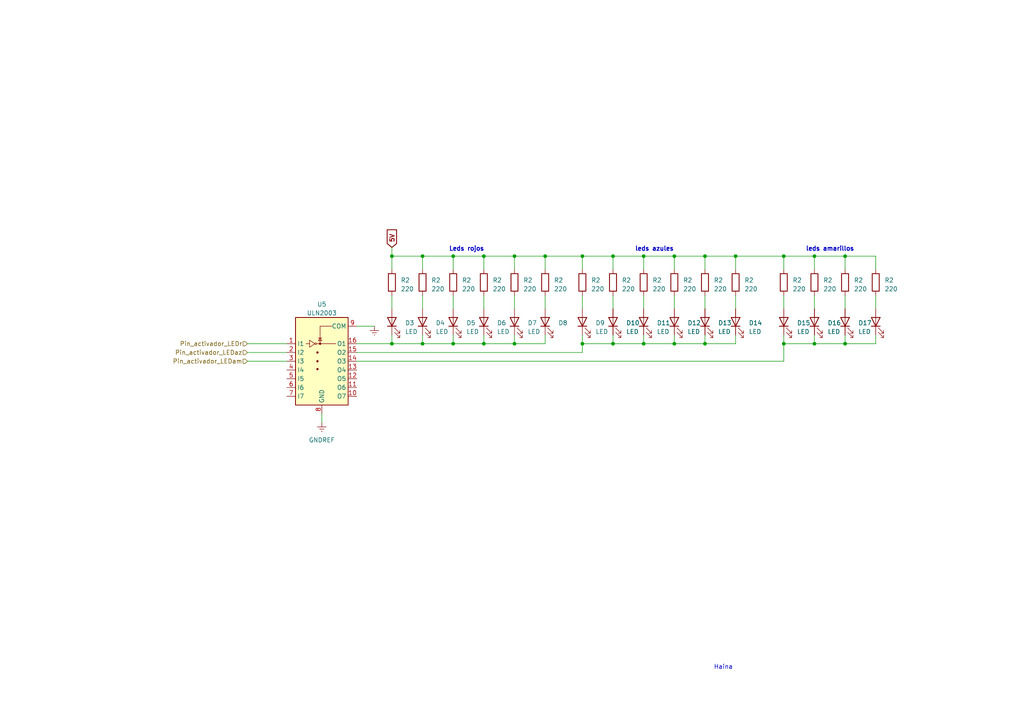
<source format=kicad_sch>
(kicad_sch (version 20230121) (generator eeschema)
  (paper "A4")
  (lib_symbols
    (symbol "Device:LED" (pin_numbers hide) (pin_names (offset 1.016) hide)
      (property "Reference" "D" (at 0 2.54 0))
      (property "Value" "LED" (at 0 -2.54 0))
      (symbol "LED_0_1"
        (polyline (pts (xy -1.27 -1.27) (xy -1.27 1.27)) (stroke (width 0.254)))
        (polyline (pts (xy -1.27 0) (xy 1.27 0)))
        (polyline (pts (xy 1.27 -1.27) (xy 1.27 1.27) (xy -1.27 0) (xy 1.27 -1.27)) (stroke (width 0.254)))
        (polyline (pts (xy -3.048 -0.762) (xy -4.572 -2.286) (xy -3.81 -2.286) (xy -4.572 -2.286) (xy -4.572 -1.524)))
        (polyline (pts (xy -1.778 -0.762) (xy -3.302 -2.286) (xy -2.54 -2.286) (xy -3.302 -2.286) (xy -3.302 -1.524)))
      )
      (symbol "LED_1_1"
        (pin passive line (at -3.81 0 0) (length 2.54) (name "K") (number "1"))
        (pin passive line (at 3.81 0 180) (length 2.54) (name "A") (number "2"))
      )
    )
    (symbol "Device:R" (pin_numbers hide) (pin_names (offset 0))
      (property "Reference" "R" (at 2.032 0 90))
      (property "Value" "R" (at 0 0 90))
      (symbol "R_0_1"
        (rectangle (start -1.016 -2.54) (end 1.016 2.54) (stroke (width 0.254)))
      )
      (symbol "R_1_1"
        (pin passive line (at 0 3.81 270) (length 1.27) (name "~") (number "1"))
        (pin passive line (at 0 -3.81 90) (length 1.27) (name "~") (number "2"))
      )
    )
    (symbol "Transistor_Array:ULN2003"
      (property "Reference" "U" (at 0 15.875 0))
      (property "Value" "ULN2003" (at 0 13.97 0))
      (symbol "ULN2003_0_1"
        (rectangle (start -7.62 -12.7) (end 7.62 12.7) (stroke (width 0.254)) (fill (type background)))
        (circle (center -1.778 5.08) (radius 0.254))
        (circle (center -1.27 -2.286) (radius 0.254) (fill (type outline)))
        (circle (center -1.27 0) (radius 0.254) (fill (type outline)))
        (circle (center -1.27 2.54) (radius 0.254) (fill (type outline)))
        (circle (center -0.508 5.08) (radius 0.254) (fill (type outline)))
        (polyline (pts (xy -4.572 5.08) (xy -3.556 5.08)))
        (polyline (pts (xy -1.524 5.08) (xy 4.064 5.08)))
        (polyline (pts (xy 0 6.731) (xy -1.016 6.731)))
        (polyline (pts (xy -0.508 5.08) (xy -0.508 10.16) (xy 2.921 10.16)))
        (polyline (pts (xy -3.556 6.096) (xy -3.556 4.064) (xy -2.032 5.08) (xy -3.556 6.096)))
        (polyline (pts (xy 0 5.969) (xy -1.016 5.969) (xy -0.508 6.731) (xy 0 5.969)))
      )
      (symbol "ULN2003_1_1"
        (pin input line (at -10.16 5.08 0) (length 2.54) (name "I1") (number "1"))
        (pin open_collector line (at 10.16 -10.16 180) (length 2.54) (name "O7") (number "10"))
        (pin open_collector line (at 10.16 -7.62 180) (length 2.54) (name "O6") (number "11"))
        (pin open_collector line (at 10.16 -5.08 180) (length 2.54) (name "O5") (number "12"))
        (pin open_collector line (at 10.16 -2.54 180) (length 2.54) (name "O4") (number "13"))
        (pin open_collector line (at 10.16 0 180) (length 2.54) (name "O3") (number "14"))
        (pin open_collector line (at 10.16 2.54 180) (length 2.54) (name "O2") (number "15"))
        (pin open_collector line (at 10.16 5.08 180) (length 2.54) (name "O1") (number "16"))
        (pin input line (at -10.16 2.54 0) (length 2.54) (name "I2") (number "2"))
        (pin input line (at -10.16 0 0) (length 2.54) (name "I3") (number "3"))
        (pin input line (at -10.16 -2.54 0) (length 2.54) (name "I4") (number "4"))
        (pin input line (at -10.16 -5.08 0) (length 2.54) (name "I5") (number "5"))
        (pin input line (at -10.16 -7.62 0) (length 2.54) (name "I6") (number "6"))
        (pin input line (at -10.16 -10.16 0) (length 2.54) (name "I7") (number "7"))
        (pin power_in line (at 0 -15.24 90) (length 2.54) (name "GND") (number "8"))
        (pin passive line (at 10.16 10.16 180) (length 2.54) (name "COM") (number "9"))
      )
    )
    (symbol "power:GNDREF" (power) (pin_names (offset 0))
      (property "Value" "GNDREF" (at 0 -3.81 0))
      (symbol "GNDREF_0_1"
        (polyline (pts (xy -0.635 -1.905) (xy 0.635 -1.905)))
        (polyline (pts (xy -0.127 -2.54) (xy 0.127 -2.54)))
        (polyline (pts (xy 0 -1.27) (xy 0 0)))
        (polyline (pts (xy 1.27 -1.27) (xy -1.27 -1.27)))
      )
      (symbol "GNDREF_1_1"
        (pin power_in line (at 0 0 270) (length 0) hide (name "GNDREF") (number "1"))
      )
    )
  )
  (junction (at 131.445 99.695))
  (junction (at 140.335 99.695))
  (junction (at 245.11 74.295))
  (junction (at 113.665 99.695))
  (junction (at 213.36 74.295))
  (junction (at 158.115 74.295))
  (junction (at 131.445 74.295))
  (junction (at 245.11 99.695))
  (junction (at 168.91 74.295))
  (junction (at 204.47 74.295))
  (junction (at 236.22 99.695))
  (junction (at 149.225 74.295))
  (junction (at 236.22 74.295))
  (junction (at 186.69 99.695))
  (junction (at 204.47 99.695))
  (junction (at 227.33 99.695))
  (junction (at 140.335 74.295))
  (junction (at 177.8 74.295))
  (junction (at 227.33 74.295))
  (junction (at 195.58 99.695))
  (junction (at 168.91 99.695))
  (junction (at 122.555 99.695))
  (junction (at 177.8 99.695))
  (junction (at 195.58 74.295))
  (junction (at 149.225 99.695))
  (junction (at 113.665 74.295))
  (junction (at 186.69 74.295))
  (junction (at 122.555 74.295))
  (wire (pts (xy 122.555 85.725) (xy 122.555 89.535)))
  (wire (pts (xy 177.8 74.295) (xy 186.69 74.295)))
  (wire (pts (xy 168.91 85.725) (xy 168.91 89.535)))
  (wire (pts (xy 168.91 97.155) (xy 168.91 99.695)))
  (wire (pts (xy 227.33 74.295) (xy 227.33 78.105)))
  (wire (pts (xy 122.555 74.295) (xy 131.445 74.295)))
  (wire (pts (xy 227.33 74.295) (xy 236.22 74.295)))
  (wire (pts (xy 213.36 97.155) (xy 213.36 99.695)))
  (wire (pts (xy 113.665 99.695) (xy 103.505 99.695)))
  (wire (pts (xy 245.11 97.155) (xy 245.11 99.695)))
  (wire (pts (xy 103.505 102.235) (xy 168.91 102.235)))
  (wire (pts (xy 168.91 99.695) (xy 168.91 102.235)))
  (wire (pts (xy 149.225 74.295) (xy 158.115 74.295)))
  (wire (pts (xy 168.91 74.295) (xy 177.8 74.295)))
  (wire (pts (xy 236.22 74.295) (xy 236.22 78.105)))
  (wire (pts (xy 195.58 85.725) (xy 195.58 89.535)))
  (wire (pts (xy 227.33 97.155) (xy 227.33 99.695)))
  (wire (pts (xy 186.69 99.695) (xy 195.58 99.695)))
  (wire (pts (xy 195.58 74.295) (xy 204.47 74.295)))
  (wire (pts (xy 213.36 74.295) (xy 213.36 78.105)))
  (wire (pts (xy 177.8 97.155) (xy 177.8 99.695)))
  (wire (pts (xy 236.22 85.725) (xy 236.22 89.535)))
  (wire (pts (xy 71.755 99.695) (xy 83.185 99.695)))
  (wire (pts (xy 158.115 97.155) (xy 158.115 99.695)))
  (wire (pts (xy 227.33 85.725) (xy 227.33 89.535)))
  (wire (pts (xy 93.345 120.015) (xy 93.345 122.555)))
  (wire (pts (xy 245.11 85.725) (xy 245.11 89.535)))
  (wire (pts (xy 122.555 74.295) (xy 122.555 78.105)))
  (wire (pts (xy 204.47 97.155) (xy 204.47 99.695)))
  (wire (pts (xy 245.11 74.295) (xy 254 74.295)))
  (wire (pts (xy 245.11 74.295) (xy 245.11 78.105)))
  (wire (pts (xy 103.505 104.775) (xy 227.33 104.775)))
  (wire (pts (xy 177.8 99.695) (xy 186.69 99.695)))
  (wire (pts (xy 195.58 97.155) (xy 195.58 99.695)))
  (wire (pts (xy 204.47 85.725) (xy 204.47 89.535)))
  (wire (pts (xy 186.69 74.295) (xy 186.69 78.105)))
  (wire (pts (xy 131.445 85.725) (xy 131.445 89.535)))
  (wire (pts (xy 140.335 74.295) (xy 149.225 74.295)))
  (wire (pts (xy 131.445 74.295) (xy 131.445 78.105)))
  (wire (pts (xy 236.22 99.695) (xy 227.33 99.695)))
  (wire (pts (xy 113.665 99.695) (xy 122.555 99.695)))
  (wire (pts (xy 254 99.695) (xy 245.11 99.695)))
  (wire (pts (xy 236.22 97.155) (xy 236.22 99.695)))
  (wire (pts (xy 254 85.725) (xy 254 89.535)))
  (wire (pts (xy 245.11 99.695) (xy 236.22 99.695)))
  (wire (pts (xy 158.115 85.725) (xy 158.115 89.535)))
  (wire (pts (xy 158.115 74.295) (xy 158.115 78.105)))
  (wire (pts (xy 236.22 74.295) (xy 245.11 74.295)))
  (wire (pts (xy 71.755 102.235) (xy 83.185 102.235)))
  (wire (pts (xy 186.69 85.725) (xy 186.69 89.535)))
  (wire (pts (xy 140.335 74.295) (xy 140.335 78.105)))
  (wire (pts (xy 227.33 104.775) (xy 227.33 99.695)))
  (wire (pts (xy 168.91 99.695) (xy 177.8 99.695)))
  (wire (pts (xy 140.335 85.725) (xy 140.335 89.535)))
  (wire (pts (xy 177.8 85.725) (xy 177.8 89.535)))
  (wire (pts (xy 186.69 74.295) (xy 195.58 74.295)))
  (wire (pts (xy 254 74.295) (xy 254 78.105)))
  (wire (pts (xy 149.225 99.695) (xy 140.335 99.695)))
  (wire (pts (xy 204.47 74.295) (xy 213.36 74.295)))
  (wire (pts (xy 113.665 74.295) (xy 113.665 78.105)))
  (wire (pts (xy 149.225 97.155) (xy 149.225 99.695)))
  (wire (pts (xy 103.505 94.615) (xy 108.585 94.615)))
  (wire (pts (xy 158.115 99.695) (xy 149.225 99.695)))
  (wire (pts (xy 149.225 74.295) (xy 149.225 78.105)))
  (wire (pts (xy 204.47 74.295) (xy 204.47 78.105)))
  (wire (pts (xy 140.335 97.155) (xy 140.335 99.695)))
  (wire (pts (xy 113.665 85.725) (xy 113.665 89.535)))
  (wire (pts (xy 227.33 74.295) (xy 213.36 74.295)))
  (wire (pts (xy 113.665 74.295) (xy 122.555 74.295)))
  (wire (pts (xy 195.58 99.695) (xy 204.47 99.695)))
  (wire (pts (xy 213.36 99.695) (xy 204.47 99.695)))
  (wire (pts (xy 168.91 74.295) (xy 168.91 78.105)))
  (wire (pts (xy 177.8 74.295) (xy 177.8 78.105)))
  (wire (pts (xy 254 97.155) (xy 254 99.695)))
  (wire (pts (xy 131.445 97.155) (xy 131.445 99.695)))
  (wire (pts (xy 113.665 71.755) (xy 113.665 74.295)))
  (wire (pts (xy 149.225 85.725) (xy 149.225 89.535)))
  (wire (pts (xy 195.58 74.295) (xy 195.58 78.105)))
  (wire (pts (xy 113.665 97.155) (xy 113.665 99.695)))
  (wire (pts (xy 71.755 104.775) (xy 83.185 104.775)))
  (wire (pts (xy 168.91 74.295) (xy 158.115 74.295)))
  (wire (pts (xy 213.36 85.725) (xy 213.36 89.535)))
  (wire (pts (xy 131.445 74.295) (xy 140.335 74.295)))
  (wire (pts (xy 140.335 99.695) (xy 131.445 99.695)))
  (wire (pts (xy 131.445 99.695) (xy 122.555 99.695)))
  (wire (pts (xy 186.69 99.695) (xy 186.69 97.155)))
  (wire (pts (xy 122.555 97.155) (xy 122.555 99.695)))
  (text "leds amarillos" (at 233.68 73.025 0) (effects (font (size 1.27 1.27) bold) (justify left bottom)))
  (text "Haina" (at 207.01 194.31 0) (effects (font (size 1.27 1.27)) (justify left bottom)))
  (text "Leds rojos" (at 130.175 73.025 0) (effects (font (size 1.27 1.27) bold) (justify left bottom)))
  (text "leds azules" (at 184.15 73.025 0) (effects (font (size 1.27 1.27) bold) (justify left bottom)))
  (global_label "5V" (shape input) (at 113.665 71.755 90) (effects (font bold)) (property "Intersheetrefs" "${INTERSHEET_REFS}" (effects hide)))
  (hierarchical_label "Pin_activador_LEDaz" (shape input) (at 71.755 102.235 180))
  (hierarchical_label "Pin_activador_LEDr" (shape input) (at 71.755 99.695 180))
  (hierarchical_label "Pin_activador_LEDam" (shape input) (at 71.755 104.775 180))
  (symbol (lib_id "Device:R") (at 113.665 81.915 0) (unit 1)
    (property "Reference" "R2" (at 116.205 81.28 0) (effects (justify left)))
    (property "Value" "220" (at 116.205 83.82 0) (effects (justify left)))
    (property "Footprint" "Resistor_SMD:R_0603_1608Metric" (effects hide))
    (instances (project "KISS_V2" (path "" (reference "R2") (unit 1)) (path "" (reference "R6") (unit 1))))
  )
  (symbol (lib_id "Device:LED") (at 113.665 93.345 90) (unit 1)
    (property "Reference" "D3" (at 117.475 93.6624 90) (effects (justify right)))
    (property "Value" "LED" (at 117.475 96.2024 90) (effects (justify right)))
    (property "Footprint" "LED_SMD:LED_1206_3216Metric" (effects hide))
    (instances (project "KISS_V2" (path "" (reference "D3") (unit 1))) (project "driver" (path "" (reference "D?") (unit 1))))
  )
  (symbol (lib_id "Device:LED") (at 131.445 93.345 90) (unit 1)
    (property "Reference" "D5" (at 135.255 93.6624 90) (effects (justify right)))
    (property "Value" "LED" (at 135.255 96.2024 90) (effects (justify right)))
    (property "Footprint" "LED_SMD:LED_1206_3216Metric" (effects hide))
    (instances (project "KISS_V2" (path "" (reference "D5") (unit 1))) (project "driver" (path "" (reference "D?") (unit 1))))
  )
  (symbol (lib_id "Device:LED") (at 245.11 93.345 90) (unit 1)
    (property "Reference" "D17" (at 248.92 93.6624 90) (effects (justify right)))
    (property "Value" "LED" (at 248.92 96.2024 90) (effects (justify right)))
    (property "Footprint" "LED_SMD:LED_1206_3216Metric" (effects hide))
    (instances (project "KISS_V2" (path "" (reference "D17") (unit 1))) (project "driver" (path "" (reference "D?") (unit 1))))
  )
  (symbol (lib_id "power:GNDREF") (at 93.345 122.555 0) (unit 1)
    (property "Reference" "#PWR09" (effects hide))
    (property "Value" "GNDREF" (at 89.535 127.635 0) (effects (justify left)))
    (instances (project "KISS_V2" (path "" (reference "#PWR09") (unit 1))) (project "driver" (path "" (reference "#PWR?") (unit 1))))
  )
  (symbol (lib_id "Device:R") (at 204.47 81.915 0) (unit 1)
    (property "Reference" "R2" (at 207.01 81.28 0) (effects (justify left)))
    (property "Value" "220" (at 207.01 83.82 0) (effects (justify left)))
    (property "Footprint" "Resistor_SMD:R_0603_1608Metric" (effects hide))
    (instances (project "KISS_V2" (path "" (reference "R2") (unit 1)) (path "" (reference "R16") (unit 1))))
  )
  (symbol (lib_id "Device:R") (at 177.8 81.915 0) (unit 1)
    (property "Reference" "R2" (at 180.34 81.28 0) (effects (justify left)))
    (property "Value" "220" (at 180.34 83.82 0) (effects (justify left)))
    (property "Footprint" "Resistor_SMD:R_0603_1608Metric" (effects hide))
    (instances (project "KISS_V2" (path "" (reference "R2") (unit 1)) (path "" (reference "R13") (unit 1))))
  )
  (symbol (lib_id "Device:LED") (at 168.91 93.345 90) (unit 1)
    (property "Reference" "D9" (at 172.72 93.6624 90) (effects (justify right)))
    (property "Value" "LED" (at 172.72 96.2024 90) (effects (justify right)))
    (property "Footprint" "LED_SMD:LED_1206_3216Metric" (effects hide))
    (instances (project "KISS_V2" (path "" (reference "D9") (unit 1))) (project "driver" (path "" (reference "D?") (unit 1))))
  )
  (symbol (lib_id "Device:LED") (at 204.47 93.345 90) (unit 1)
    (property "Reference" "D13" (at 208.28 93.6624 90) (effects (justify right)))
    (property "Value" "LED" (at 208.28 96.2024 90) (effects (justify right)))
    (property "Footprint" "LED_SMD:LED_1206_3216Metric" (effects hide))
    (instances (project "KISS_V2" (path "" (reference "D13") (unit 1))) (project "driver" (path "" (reference "D?") (unit 1))))
  )
  (symbol (lib_id "Device:LED") (at 149.225 93.345 90) (unit 1)
    (property "Reference" "D7" (at 153.035 93.6624 90) (effects (justify right)))
    (property "Value" "LED" (at 153.035 96.2024 90) (effects (justify right)))
    (property "Footprint" "LED_SMD:LED_1206_3216Metric" (effects hide))
    (instances (project "KISS_V2" (path "" (reference "D7") (unit 1))) (project "driver" (path "" (reference "D?") (unit 1))))
  )
  (symbol (lib_id "Device:R") (at 131.445 81.915 0) (unit 1)
    (property "Reference" "R2" (at 133.985 81.28 0) (effects (justify left)))
    (property "Value" "220" (at 133.985 83.82 0) (effects (justify left)))
    (property "Footprint" "Resistor_SMD:R_0603_1608Metric" (effects hide))
    (instances (project "KISS_V2" (path "" (reference "R2") (unit 1)) (path "" (reference "R8") (unit 1))))
  )
  (symbol (lib_id "Device:R") (at 140.335 81.915 0) (unit 1)
    (property "Reference" "R2" (at 142.875 81.28 0) (effects (justify left)))
    (property "Value" "220" (at 142.875 83.82 0) (effects (justify left)))
    (property "Footprint" "Resistor_SMD:R_0603_1608Metric" (effects hide))
    (instances (project "KISS_V2" (path "" (reference "R2") (unit 1)) (path "" (reference "R9") (unit 1))))
  )
  (symbol (lib_id "Device:R") (at 149.225 81.915 0) (unit 1)
    (property "Reference" "R2" (at 151.765 81.28 0) (effects (justify left)))
    (property "Value" "220" (at 151.765 83.82 0) (effects (justify left)))
    (property "Footprint" "Resistor_SMD:R_0603_1608Metric" (effects hide))
    (instances (project "KISS_V2" (path "" (reference "R2") (unit 1)) (path "" (reference "R10") (unit 1))))
  )
  (symbol (lib_id "Device:R") (at 186.69 81.915 0) (unit 1)
    (property "Reference" "R2" (at 189.23 81.28 0) (effects (justify left)))
    (property "Value" "220" (at 189.23 83.82 0) (effects (justify left)))
    (property "Footprint" "Resistor_SMD:R_0603_1608Metric" (effects hide))
    (instances (project "KISS_V2" (path "" (reference "R2") (unit 1)) (path "" (reference "R14") (unit 1))))
  )
  (symbol (lib_id "Device:R") (at 122.555 81.915 0) (unit 1)
    (property "Reference" "R2" (at 125.095 81.28 0) (effects (justify left)))
    (property "Value" "220" (at 125.095 83.82 0) (effects (justify left)))
    (property "Footprint" "Resistor_SMD:R_0603_1608Metric" (effects hide))
    (instances (project "KISS_V2" (path "" (reference "R2") (unit 1)) (path "" (reference "R7") (unit 1))))
  )
  (symbol (lib_id "Device:LED") (at 158.115 93.345 90) (unit 1)
    (property "Reference" "D8" (at 161.925 93.6624 90) (effects (justify right)))
    (property "Value" "LED" (effects hide))
    (property "Footprint" "LED_SMD:LED_1206_3216Metric" (effects hide))
    (instances (project "KISS_V2" (path "" (reference "D8") (unit 1))) (project "driver" (path "" (reference "D?") (unit 1))))
  )
  (symbol (lib_id "Device:R") (at 227.33 81.915 0) (unit 1)
    (property "Reference" "R2" (at 229.87 81.28 0) (effects (justify left)))
    (property "Value" "220" (at 229.87 83.82 0) (effects (justify left)))
    (property "Footprint" "Resistor_SMD:R_0603_1608Metric" (effects hide))
    (instances (project "KISS_V2" (path "" (reference "R2") (unit 1)) (path "" (reference "R18") (unit 1))))
  )
  (symbol (lib_id "Device:LED") (at 236.22 93.345 90) (unit 1)
    (property "Reference" "D16" (at 240.03 93.6624 90) (effects (justify right)))
    (property "Value" "LED" (at 240.03 96.2024 90) (effects (justify right)))
    (property "Footprint" "LED_SMD:LED_1206_3216Metric" (effects hide))
    (instances (project "KISS_V2" (path "" (reference "D16") (unit 1))) (project "driver" (path "" (reference "D?") (unit 1))))
  )
  (symbol (lib_id "Device:R") (at 236.22 81.915 0) (unit 1)
    (property "Reference" "R2" (at 238.76 81.28 0) (effects (justify left)))
    (property "Value" "220" (at 238.76 83.82 0) (effects (justify left)))
    (property "Footprint" "Resistor_SMD:R_0603_1608Metric" (effects hide))
    (instances (project "KISS_V2" (path "" (reference "R2") (unit 1)) (path "" (reference "R19") (unit 1))))
  )
  (symbol (lib_id "Device:LED") (at 177.8 93.345 90) (unit 1)
    (property "Reference" "D10" (at 181.61 93.6624 90) (effects (justify right)))
    (property "Value" "LED" (at 181.61 96.2024 90) (effects (justify right)))
    (property "Footprint" "LED_SMD:LED_1206_3216Metric" (effects hide))
    (instances (project "KISS_V2" (path "" (reference "D10") (unit 1))) (project "driver" (path "" (reference "D?") (unit 1))))
  )
  (symbol (lib_id "Device:LED") (at 195.58 93.345 90) (unit 1)
    (property "Reference" "D12" (at 199.39 93.6624 90) (effects (justify right)))
    (property "Value" "LED" (at 199.39 96.2024 90) (effects (justify right)))
    (property "Footprint" "LED_SMD:LED_1206_3216Metric" (effects hide))
    (instances (project "KISS_V2" (path "" (reference "D12") (unit 1))) (project "driver" (path "" (reference "D?") (unit 1))))
  )
  (symbol (lib_id "Transistor_Array:ULN2003") (at 93.345 104.775 0) (unit 1)
    (property "Reference" "U5" (at 93.345 88.265 0))
    (property "Value" "ULN2003" (at 93.345 90.805 0))
    (property "Footprint" "Package_SO:SOIC-16_4.55x10.3mm_P1.27mm" (effects hide))
    (property "Datasheet" "http://www.ti.com/lit/ds/symlink/uln2003a.pdf" (effects hide))
  )
  (symbol (lib_id "Device:LED") (at 213.36 93.345 90) (unit 1)
    (property "Reference" "D14" (at 217.17 93.6624 90) (effects (justify right)))
    (property "Value" "LED" (at 217.17 96.2024 90) (effects (justify right)))
    (property "Footprint" "LED_SMD:LED_1206_3216Metric" (effects hide))
    (instances (project "KISS_V2" (path "" (reference "D14") (unit 1))) (project "driver" (path "" (reference "D?") (unit 1))))
  )
  (symbol (lib_id "Device:R") (at 195.58 81.915 0) (unit 1)
    (property "Reference" "R2" (at 198.12 81.28 0) (effects (justify left)))
    (property "Value" "220" (at 198.12 83.82 0) (effects (justify left)))
    (property "Footprint" "Resistor_SMD:R_0603_1608Metric" (effects hide))
    (instances (project "KISS_V2" (path "" (reference "R2") (unit 1)) (path "" (reference "R15") (unit 1))))
  )
  (symbol (lib_id "Device:LED") (at 122.555 93.345 90) (unit 1)
    (property "Reference" "D4" (at 126.365 93.6624 90) (effects (justify right)))
    (property "Value" "LED" (at 126.365 96.2024 90) (effects (justify right)))
    (property "Footprint" "LED_SMD:LED_1206_3216Metric" (effects hide))
    (instances (project "KISS_V2" (path "" (reference "D4") (unit 1))) (project "driver" (path "" (reference "D?") (unit 1))))
  )
  (symbol (lib_id "Device:LED") (at 254 93.345 90) (unit 1)
    (property "Reference" "D18" (effects hide))
    (property "Value" "LED" (effects hide))
    (property "Footprint" "LED_SMD:LED_1206_3216Metric" (effects hide))
    (instances (project "KISS_V2" (path "" (reference "D18") (unit 1))) (project "driver" (path "" (reference "D?") (unit 1))))
  )
  (symbol (lib_id "Device:LED") (at 186.69 93.345 90) (unit 1)
    (property "Reference" "D11" (at 190.5 93.6624 90) (effects (justify right)))
    (property "Value" "LED" (at 190.5 96.2024 90) (effects (justify right)))
    (property "Footprint" "LED_SMD:LED_1206_3216Metric" (effects hide))
    (instances (project "KISS_V2" (path "" (reference "D11") (unit 1))) (project "driver" (path "" (reference "D?") (unit 1))))
  )
  (symbol (lib_id "Device:R") (at 158.115 81.915 0) (unit 1)
    (property "Reference" "R2" (at 160.655 81.28 0) (effects (justify left)))
    (property "Value" "220" (at 160.655 83.82 0) (effects (justify left)))
    (property "Footprint" "Resistor_SMD:R_0603_1608Metric" (effects hide))
    (instances (project "KISS_V2" (path "" (reference "R2") (unit 1)) (path "" (reference "R11") (unit 1))))
  )
  (symbol (lib_id "Device:R") (at 245.11 81.915 0) (unit 1)
    (property "Reference" "R2" (at 247.65 81.28 0) (effects (justify left)))
    (property "Value" "220" (at 247.65 83.82 0) (effects (justify left)))
    (property "Footprint" "Resistor_SMD:R_0603_1608Metric" (effects hide))
    (instances (project "KISS_V2" (path "" (reference "R2") (unit 1)) (path "" (reference "R20") (unit 1))))
  )
  (symbol (lib_id "Device:LED") (at 140.335 93.345 90) (unit 1)
    (property "Reference" "D6" (at 144.145 93.6624 90) (effects (justify right)))
    (property "Value" "LED" (at 144.145 96.2024 90) (effects (justify right)))
    (property "Footprint" "LED_SMD:LED_1206_3216Metric" (effects hide))
    (instances (project "KISS_V2" (path "" (reference "D6") (unit 1))) (project "driver" (path "" (reference "D?") (unit 1))))
  )
  (symbol (lib_id "power:GNDREF") (at 108.585 94.615 0) (unit 1)
    (property "Reference" "#PWR010" (effects hide))
    (property "Value" "GNDREF" (effects hide))
    (instances (project "KISS_V2" (path "" (reference "#PWR010") (unit 1))) (project "driver" (path "" (reference "#PWR?") (unit 1))))
  )
  (symbol (lib_id "Device:R") (at 254 81.915 0) (unit 1)
    (property "Reference" "R2" (at 256.54 81.28 0) (effects (justify left)))
    (property "Value" "220" (at 256.54 83.82 0) (effects (justify left)))
    (property "Footprint" "Resistor_SMD:R_0603_1608Metric" (effects hide))
    (instances (project "KISS_V2" (path "" (reference "R2") (unit 1)) (path "" (reference "R21") (unit 1))))
  )
  (symbol (lib_id "Device:R") (at 168.91 81.915 0) (unit 1)
    (property "Reference" "R2" (at 171.45 81.28 0) (effects (justify left)))
    (property "Value" "220" (at 171.45 83.82 0) (effects (justify left)))
    (property "Footprint" "Resistor_SMD:R_0603_1608Metric" (effects hide))
    (instances (project "KISS_V2" (path "" (reference "R2") (unit 1)) (path "" (reference "R12") (unit 1))))
  )
  (symbol (lib_id "Device:R") (at 213.36 81.915 0) (unit 1)
    (property "Reference" "R2" (at 215.9 81.28 0) (effects (justify left)))
    (property "Value" "220" (at 215.9 83.82 0) (effects (justify left)))
    (property "Footprint" "Resistor_SMD:R_0603_1608Metric" (effects hide))
    (instances (project "KISS_V2" (path "" (reference "R2") (unit 1)) (path "" (reference "R17") (unit 1))))
  )
  (symbol (lib_id "Device:LED") (at 227.33 93.345 90) (unit 1)
    (property "Reference" "D15" (at 231.14 93.6624 90) (effects (justify right)))
    (property "Value" "LED" (at 231.14 96.2024 90) (effects (justify right)))
    (property "Footprint" "LED_SMD:LED_1206_3216Metric" (effects hide))
    (instances (project "KISS_V2" (path "" (reference "D15") (unit 1))) (project "driver" (path "" (reference "D?") (unit 1))))
  )
)
</source>
